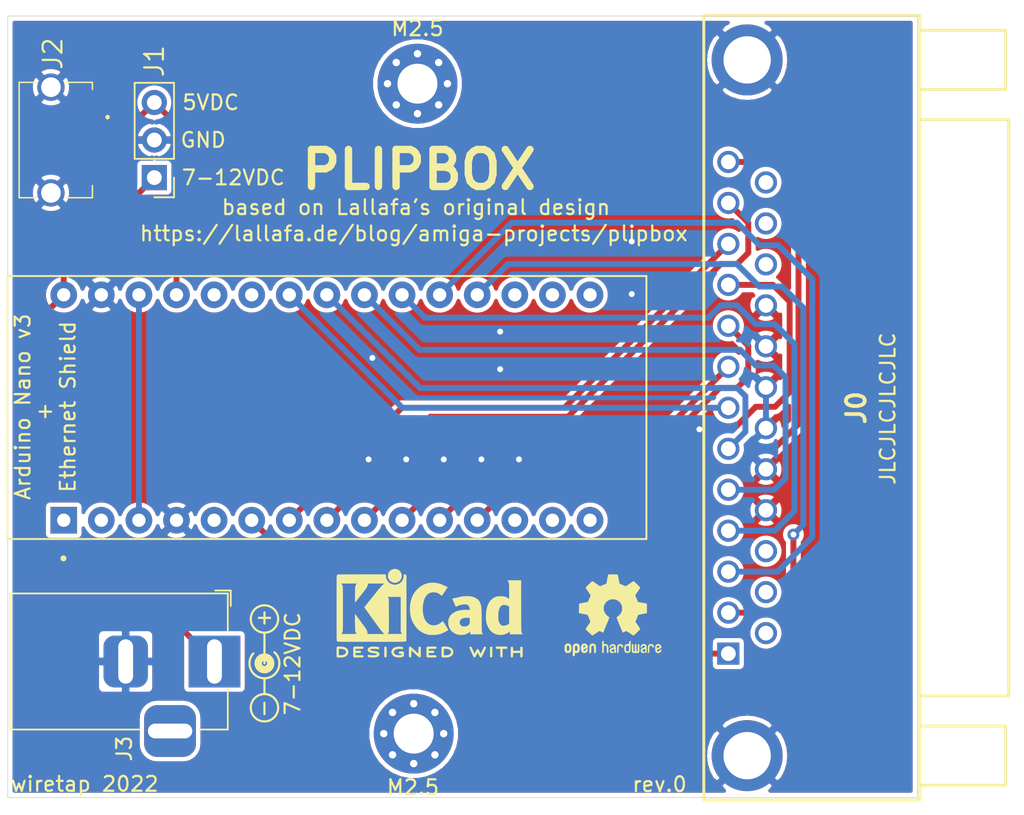
<source format=kicad_pcb>
(kicad_pcb (version 20171130) (host pcbnew "(5.1.6)-1")
  (layers (0 F.Cu signal) (31 B.Cu signal) (34 B.Paste user) (35 F.Paste user) (36 B.SilkS user) (37 F.SilkS user) (38 B.Mask user) (39 F.Mask user) (44 Edge.Cuts user))
  (net 0 "")
  (net 1 D3)
  (net 2 A0)
  (net 3 A1)
  (net 4 A2)
  (net 5 A3)
  (net 6 A4)
  (net 7 A5)
  (net 8 D6)
  (net 9 D7)
  (net 10 D8)
  (net 11 D4)
  (net 12 D5)
  (net 13 D9)
  (net 14 "Net-(J0-Pad14)")
  (net 15 "Net-(J0-Pad15)")
  (net 16 "Net-(J0-Pad16)")
  (net 17 GND)
  (net 18 "Net-(J0-Pad23)")
  (net 19 "Net-(J0-Pad24)")
  (net 20 "Net-(J0-Pad25)")
  (net 21 VCC)
  (net 22 +5V)
  (net 23 "Net-(J2-Pad2)")
  (net 24 "Net-(J2-Pad3)")
  (net 25 "Net-(J2-Pad4)")
  (net 26 "Net-(TB1-Pad28)")
  (net 27 "Net-(TB1-Pad26)")
  (net 28 "Net-(TB1-Pad25)")
  (net 29 "Net-(TB1-Pad18)")
  (net 30 "Net-(TB1-Pad17)")
  (net 31 "Net-(TB1-Pad16)")
  (net 32 "Net-(TB1-Pad15)")
  (net 33 "Net-(TB1-Pad14)")
  (net 34 "Net-(TB1-Pad13)")
  (net 35 "Net-(TB1-Pad5)")
  (net 36 "Net-(TB1-Pad2)")
  (net 37 "Net-(TB1-Pad1)")
  (module Symbol:OSHW-Logo2_7.3x6mm_SilkScreen (layer F.Cu) (at 189.484 93.091)
    (fp_text reference REF** hide)
    (fp_text value OSHW-Logo2_7.3x6mm_SilkScreen hide)
  )
  (module Symbol:KiCad-Logo2_5mm_SilkScreen (layer F.Cu) (at 177.0888 92.9386)
    (fp_text reference REF** hide)
    (fp_text value KiCad-Logo2_5mm_SilkScreen hide)
  )
  (module Symbol:Symbol_Barrel_Polarity (layer F.Cu) (at 165.862 96.3422 90)
    (fp_text reference REF** hide)
    (fp_text value Symbol_Barrel_Polarity)
  )
  (module MountingHole:MountingHole_2.7mm_M2.5_Pad_Via (layer F.Cu) (at 176.022 101.092)
    (fp_text reference REF** hide)
    (fp_text value MountingHole_2.7mm_M2.5_Pad_Via)
    (pad 1 thru_hole circle (at 0 0) (size 5.4 5.4) (drill 2.7) (layers *.Cu *.Mask))
    (pad 1 thru_hole circle (at 2.025 0) (size 0.8 0.8) (drill 0.5) (layers *.Cu *.Mask))
    (pad 1 thru_hole circle (at 1.431891 1.431891) (size 0.8 0.8) (drill 0.5) (layers *.Cu *.Mask))
    (pad 1 thru_hole circle (at 0 2.025) (size 0.8 0.8) (drill 0.5) (layers *.Cu *.Mask))
    (pad 1 thru_hole circle (at -1.431891 1.431891) (size 0.8 0.8) (drill 0.5) (layers *.Cu *.Mask))
    (pad 1 thru_hole circle (at -2.025 0) (size 0.8 0.8) (drill 0.5) (layers *.Cu *.Mask))
    (pad 1 thru_hole circle (at -1.431891 -1.431891) (size 0.8 0.8) (drill 0.5) (layers *.Cu *.Mask))
    (pad 1 thru_hole circle (at 0 -2.025) (size 0.8 0.8) (drill 0.5) (layers *.Cu *.Mask))
    (pad 1 thru_hole circle (at 1.431891 -1.431891) (size 0.8 0.8) (drill 0.5) (layers *.Cu *.Mask))
  )
  (module MountingHole:MountingHole_2.7mm_M2.5_Pad_Via (layer F.Cu) (at 176.276 57.15)
    (fp_text reference REF** hide)
    (fp_text value MountingHole_2.7mm_M2.5_Pad_Via)
    (pad 1 thru_hole circle (at 1.431891 -1.431891) (size 0.8 0.8) (drill 0.5) (layers *.Cu *.Mask))
    (pad 1 thru_hole circle (at 0 -2.025) (size 0.8 0.8) (drill 0.5) (layers *.Cu *.Mask))
    (pad 1 thru_hole circle (at -1.431891 -1.431891) (size 0.8 0.8) (drill 0.5) (layers *.Cu *.Mask))
    (pad 1 thru_hole circle (at -2.025 0) (size 0.8 0.8) (drill 0.5) (layers *.Cu *.Mask))
    (pad 1 thru_hole circle (at -1.431891 1.431891) (size 0.8 0.8) (drill 0.5) (layers *.Cu *.Mask))
    (pad 1 thru_hole circle (at 0 2.025) (size 0.8 0.8) (drill 0.5) (layers *.Cu *.Mask))
    (pad 1 thru_hole circle (at 1.431891 1.431891) (size 0.8 0.8) (drill 0.5) (layers *.Cu *.Mask))
    (pad 1 thru_hole circle (at 2.025 0) (size 0.8 0.8) (drill 0.5) (layers *.Cu *.Mask))
    (pad 1 thru_hole circle (at 0 0) (size 5.4 5.4) (drill 2.7) (layers *.Cu *.Mask))
  )
  (module L717SDB25P1ACH4F (layer F.Cu) (at 197.2818 95.6818 90)
    (fp_text reference J0 (at 16.62 8.64 90) (layer F.SilkS) (effects (font (size 1.27 1.27) (thickness 0.254))))
    (fp_text value L717SDB25P1ACH4F hide)
    (pad 1 thru_hole rect (at 0 0 90) (size 1.5 1.5) (drill 1) (layers *.Cu *.Mask) (net 1 D3))
    (pad 2 thru_hole circle (at 2.77 0 90) (size 1.5 1.5) (drill 1) (layers *.Cu *.Mask) (net 2 A0))
    (pad 3 thru_hole circle (at 5.54 0 90) (size 1.5 1.5) (drill 1) (layers *.Cu *.Mask) (net 3 A1))
    (pad 4 thru_hole circle (at 8.31 0 90) (size 1.5 1.5) (drill 1) (layers *.Cu *.Mask) (net 4 A2))
    (pad 5 thru_hole circle (at 11.08 0 90) (size 1.5 1.5) (drill 1) (layers *.Cu *.Mask) (net 5 A3))
    (pad 6 thru_hole circle (at 13.85 0 90) (size 1.5 1.5) (drill 1) (layers *.Cu *.Mask) (net 6 A4))
    (pad 7 thru_hole circle (at 16.62 0 90) (size 1.5 1.5) (drill 1) (layers *.Cu *.Mask) (net 7 A5))
    (pad 8 thru_hole circle (at 19.39 0 90) (size 1.5 1.5) (drill 1) (layers *.Cu *.Mask) (net 8 D6))
    (pad 9 thru_hole circle (at 22.16 0 90) (size 1.5 1.5) (drill 1) (layers *.Cu *.Mask) (net 9 D7))
    (pad 10 thru_hole circle (at 24.93 0 90) (size 1.5 1.5) (drill 1) (layers *.Cu *.Mask) (net 10 D8))
    (pad 11 thru_hole circle (at 27.7 0 90) (size 1.5 1.5) (drill 1) (layers *.Cu *.Mask) (net 11 D4))
    (pad 12 thru_hole circle (at 30.47 0 90) (size 1.5 1.5) (drill 1) (layers *.Cu *.Mask) (net 12 D5))
    (pad 13 thru_hole circle (at 33.24 0 90) (size 1.5 1.5) (drill 1) (layers *.Cu *.Mask) (net 13 D9))
    (pad 14 thru_hole circle (at 1.385 2.54 90) (size 1.5 1.5) (drill 1) (layers *.Cu *.Mask) (net 14 "Net-(J0-Pad14)"))
    (pad 15 thru_hole circle (at 4.155 2.54 90) (size 1.5 1.5) (drill 1) (layers *.Cu *.Mask) (net 15 "Net-(J0-Pad15)"))
    (pad 16 thru_hole circle (at 6.925 2.54 90) (size 1.5 1.5) (drill 1) (layers *.Cu *.Mask) (net 16 "Net-(J0-Pad16)"))
    (pad 17 thru_hole circle (at 9.695 2.54 90) (size 1.5 1.5) (drill 1) (layers *.Cu *.Mask) (net 17 GND))
    (pad 18 thru_hole circle (at 12.465 2.54 90) (size 1.5 1.5) (drill 1) (layers *.Cu *.Mask) (net 17 GND))
    (pad 19 thru_hole circle (at 15.235 2.54 90) (size 1.5 1.5) (drill 1) (layers *.Cu *.Mask) (net 17 GND))
    (pad 20 thru_hole circle (at 18.005 2.54 90) (size 1.5 1.5) (drill 1) (layers *.Cu *.Mask) (net 17 GND))
    (pad 21 thru_hole circle (at 20.775 2.54 90) (size 1.5 1.5) (drill 1) (layers *.Cu *.Mask) (net 17 GND))
    (pad 22 thru_hole circle (at 23.545 2.54 90) (size 1.5 1.5) (drill 1) (layers *.Cu *.Mask) (net 17 GND))
    (pad 23 thru_hole circle (at 26.315 2.54 90) (size 1.5 1.5) (drill 1) (layers *.Cu *.Mask) (net 18 "Net-(J0-Pad23)"))
    (pad 24 thru_hole circle (at 29.085 2.54 90) (size 1.5 1.5) (drill 1) (layers *.Cu *.Mask) (net 19 "Net-(J0-Pad24)"))
    (pad 25 thru_hole circle (at 31.855 2.54 90) (size 1.5 1.5) (drill 1) (layers *.Cu *.Mask) (net 20 "Net-(J0-Pad25)"))
    (pad MH1 thru_hole circle (at -6.9 1.27 90) (size 4.8 4.8) (drill 3.2) (layers *.Cu *.Mask) (net 17 GND))
    (pad MH2 thru_hole circle (at 40.14 1.27 90) (size 4.8 4.8) (drill 3.2) (layers *.Cu *.Mask) (net 17 GND))
  )
  (module Connector_PinHeader_2.54mm:PinHeader_1x03_P2.54mm_Vertical (layer F.Cu) (at 158.496 63.5 180)
    (fp_text reference J1 (at 0 7.874 90) (layer F.SilkS) (effects (font (size 1.27 1.27))))
    (fp_text value PWR-IN)
    (pad 1 thru_hole rect (at 0 0 180) (size 1.7 1.7) (drill 1) (layers *.Cu *.Mask) (net 21 VCC))
    (pad 2 thru_hole oval (at 0 2.54 180) (size 1.7 1.7) (drill 1) (layers *.Cu *.Mask) (net 17 GND))
    (pad 3 thru_hole oval (at 0 5.08 180) (size 1.7 1.7) (drill 1) (layers *.Cu *.Mask) (net 22 +5V))
  )
  (module Connector_BarrelJack:BarrelJack_Horizontal (layer F.Cu) (at 162.56 96.2152)
    (fp_text reference J3 (at -6.096 5.8928 90) (layer F.SilkS))
    (fp_text value "Wurth 694106301002")
    (pad 1 thru_hole rect (at 0 0) (size 3.5 3.5) (drill oval 1 3) (layers *.Cu *.Mask) (net 21 VCC))
    (pad 2 thru_hole roundrect (at -6 0) (size 3 3.5) (drill oval 1 3) (layers *.Cu *.Mask) (net 17 GND))
    (pad 3 thru_hole roundrect (at -3 4.7) (size 3.5 3.5) (drill oval 3 1) (layers *.Cu *.Mask))
  )
  (module SamacSys_Parts:SHIELD_ARDUINO_NANO (layer F.Cu) (at 170.1546 79.0448 90)
    (fp_text reference TB1 hide)
    (fp_text value ARDUINO_NANO)
    (pad 30 thru_hole circle (at 7.62 -17.78 90) (size 1.8 1.8) (drill 0.9) (layers *.Cu *.Mask) (net 21 VCC))
    (pad 29 thru_hole circle (at 7.62 -15.24 90) (size 1.8 1.8) (drill 0.9) (layers *.Cu *.Mask) (net 17 GND))
    (pad 28 thru_hole circle (at 7.62 -12.7 90) (size 1.8 1.8) (drill 0.9) (layers *.Cu *.Mask) (net 26 "Net-(TB1-Pad28)"))
    (pad 27 thru_hole circle (at 7.62 -10.16 90) (size 1.8 1.8) (drill 0.9) (layers *.Cu *.Mask) (net 22 +5V))
    (pad 26 thru_hole circle (at 7.62 -7.62 90) (size 1.8 1.8) (drill 0.9) (layers *.Cu *.Mask) (net 27 "Net-(TB1-Pad26)"))
    (pad 25 thru_hole circle (at 7.62 -5.08 90) (size 1.8 1.8) (drill 0.9) (layers *.Cu *.Mask) (net 28 "Net-(TB1-Pad25)"))
    (pad 24 thru_hole circle (at 7.62 -2.54 90) (size 1.8 1.8) (drill 0.9) (layers *.Cu *.Mask) (net 7 A5))
    (pad 23 thru_hole circle (at 7.62 0 90) (size 1.8 1.8) (drill 0.9) (layers *.Cu *.Mask) (net 6 A4))
    (pad 22 thru_hole circle (at 7.62 2.54 90) (size 1.8 1.8) (drill 0.9) (layers *.Cu *.Mask) (net 5 A3))
    (pad 21 thru_hole circle (at 7.62 5.08 90) (size 1.8 1.8) (drill 0.9) (layers *.Cu *.Mask) (net 4 A2))
    (pad 20 thru_hole circle (at 7.62 7.62 90) (size 1.8 1.8) (drill 0.9) (layers *.Cu *.Mask) (net 3 A1))
    (pad 19 thru_hole circle (at 7.62 10.16 90) (size 1.8 1.8) (drill 0.9) (layers *.Cu *.Mask) (net 2 A0))
    (pad 18 thru_hole circle (at 7.62 12.7 90) (size 1.8 1.8) (drill 0.9) (layers *.Cu *.Mask) (net 29 "Net-(TB1-Pad18)"))
    (pad 17 thru_hole circle (at 7.62 15.24 90) (size 1.8 1.8) (drill 0.9) (layers *.Cu *.Mask) (net 30 "Net-(TB1-Pad17)"))
    (pad 16 thru_hole circle (at 7.62 17.78 90) (size 1.8 1.8) (drill 0.9) (layers *.Cu *.Mask) (net 31 "Net-(TB1-Pad16)"))
    (pad 15 thru_hole circle (at -7.62 17.78 90) (size 1.8 1.8) (drill 0.9) (layers *.Cu *.Mask) (net 32 "Net-(TB1-Pad15)"))
    (pad 14 thru_hole circle (at -7.62 15.24 90) (size 1.8 1.8) (drill 0.9) (layers *.Cu *.Mask) (net 33 "Net-(TB1-Pad14)"))
    (pad 13 thru_hole circle (at -7.62 12.7 90) (size 1.8 1.8) (drill 0.9) (layers *.Cu *.Mask) (net 34 "Net-(TB1-Pad13)"))
    (pad 12 thru_hole circle (at -7.62 10.16 90) (size 1.8 1.8) (drill 0.9) (layers *.Cu *.Mask) (net 13 D9))
    (pad 11 thru_hole circle (at -7.62 7.62 90) (size 1.8 1.8) (drill 0.9) (layers *.Cu *.Mask) (net 10 D8))
    (pad 10 thru_hole circle (at -7.62 5.08 90) (size 1.8 1.8) (drill 0.9) (layers *.Cu *.Mask) (net 9 D7))
    (pad 9 thru_hole circle (at -7.62 2.54 90) (size 1.8 1.8) (drill 0.9) (layers *.Cu *.Mask) (net 8 D6))
    (pad 8 thru_hole circle (at -7.62 0 90) (size 1.8 1.8) (drill 0.9) (layers *.Cu *.Mask) (net 12 D5))
    (pad 7 thru_hole circle (at -7.62 -2.54 90) (size 1.8 1.8) (drill 0.9) (layers *.Cu *.Mask) (net 11 D4))
    (pad 6 thru_hole circle (at -7.62 -5.08 90) (size 1.8 1.8) (drill 0.9) (layers *.Cu *.Mask) (net 1 D3))
    (pad 5 thru_hole circle (at -7.62 -7.62 90) (size 1.8 1.8) (drill 0.9) (layers *.Cu *.Mask) (net 35 "Net-(TB1-Pad5)"))
    (pad 4 thru_hole circle (at -7.62 -10.16 90) (size 1.8 1.8) (drill 0.9) (layers *.Cu *.Mask) (net 17 GND))
    (pad 3 thru_hole circle (at -7.62 -12.7 90) (size 1.8 1.8) (drill 0.9) (layers *.Cu *.Mask) (net 26 "Net-(TB1-Pad28)"))
    (pad 2 thru_hole circle (at -7.62 -15.24 90) (size 1.8 1.8) (drill 0.9) (layers *.Cu *.Mask) (net 36 "Net-(TB1-Pad2)"))
    (pad 1 thru_hole rect (at -7.62 -17.78 90) (size 1.8 1.8) (drill 0.9) (layers *.Cu *.Mask) (net 37 "Net-(TB1-Pad1)"))
  )
  (module SamacSys_Parts:USB307530A (layer F.Cu) (at 151.511 60.96 270)
    (fp_text reference J2 (at -5.842 -0.127 90) (layer F.SilkS) (effects (font (size 1.27 1.27))))
    (fp_text value USB3075-30-A hide)
    (pad 1 smd rect (at -1.3 -2.65 270) (size 0.4 1.4) (layers F.Cu F.Paste F.Mask) (net 22 +5V))
    (pad 2 smd rect (at -0.65 -2.65 270) (size 0.4 1.4) (layers F.Cu F.Paste F.Mask) (net 23 "Net-(J2-Pad2)"))
    (pad 3 smd rect (at 0 -2.65 270) (size 0.4 1.4) (layers F.Cu F.Paste F.Mask) (net 24 "Net-(J2-Pad3)"))
    (pad 4 smd rect (at 0.65 -2.65 270) (size 0.4 1.4) (layers F.Cu F.Paste F.Mask) (net 25 "Net-(J2-Pad4)"))
    (pad 5 smd rect (at 1.3 -2.65 270) (size 0.4 1.4) (layers F.Cu F.Paste F.Mask) (net 17 GND))
    (pad MH1 thru_hole circle (at -3.575 0 270) (size 1.85 1.85) (drill 1.3285) (layers *.Cu *.Mask) (net 17 GND))
    (pad MH2 thru_hole circle (at 3.575 0 270) (size 1.85 1.85) (drill 1.3285) (layers *.Cu *.Mask) (net 17 GND))
    (pad MP1 smd rect (at -1.125 0 270) (size 1.75 1.9) (layers F.Cu F.Paste F.Mask) (net 17 GND))
    (pad MP2 smd rect (at 1.125 0 270) (size 1.75 1.9) (layers F.Cu F.Paste F.Mask) (net 17 GND))
    (pad MP3 smd rect (at -2.32 -2.23 270) (size 1.15 1.45) (layers F.Cu F.Paste F.Mask) (net 17 GND))
    (pad MP4 smd rect (at 2.32 -2.23 270) (size 1.15 1.45) (layers F.Cu F.Paste F.Mask) (net 17 GND))
  )
  (gr_text https://lallafa.de/blog/amiga-projects/plipbox (at 176.022 67.2846) (layer F.SilkS) (effects (font (size 1 1))))
  (gr_text "based on Lallafa's original design" (at 176.1744 65.5066) (layer F.SilkS) (effects (font (size 1 1))))
  (gr_text PLIPBOX (at 176.3776 62.9666) (layer F.SilkS) (effects (font (size 2.5 2.5) (thickness 0.5))))
  (gr_text rev.0 (at 192.6336 104.521) (layer F.SilkS) (effects (font (size 1 1))))
  (gr_text "wiretap 2022" (at 153.797 104.4956) (layer F.SilkS) (effects (font (size 1 1))))
  (gr_text 7-12VDC (at 167.8432 96.3676 90) (layer F.SilkS) (effects (font (size 1 1))))
  (gr_text - (at 165.862 99.3902 90) (layer F.SilkS) (effects (font (size 1 1))))
  (gr_text + (at 165.9382 93.1926) (layer F.SilkS) (effects (font (size 1 1))))
  (gr_text M2.5 (at 175.9712 104.7242) (layer F.SilkS) (effects (font (size 1 1))))
  (gr_text M2.5 (at 176.276 53.4162) (layer F.SilkS) (effects (font (size 1 1))))
  (gr_text + (at 151.13 79.248) (layer F.SilkS) (effects (font (size 1 1))))
  (gr_text "Ethernet Shield" (at 152.654 78.994 90) (layer F.SilkS) (effects (font (size 1 1))))
  (gr_text "Arduino Nano v3" (at 149.606 78.994 90) (layer F.SilkS) (effects (font (size 1 1))))
  (gr_text JLCJLCJLCJLC (at 208.0514 79.121 90) (layer F.SilkS) (effects (font (size 1 1))))
  (gr_text 7-12VDC (at 163.83 63.5) (layer F.SilkS) (effects (font (size 1 1))))
  (gr_text GND (at 161.798 60.96) (layer F.SilkS) (effects (font (size 1 1))))
  (gr_text 5VDC (at 162.306 58.42) (layer F.SilkS) (effects (font (size 1 1))))
  (gr_line (start 210.058 105.41) (end 148.59 105.41) (layer Edge.Cuts) (width 0.05))
  (gr_line (start 210.058 52.578) (end 210.058 105.41) (layer Edge.Cuts) (width 0.05))
  (gr_line (start 148.59 52.578) (end 148.59 105.41) (layer Edge.Cuts) (width 0.05))
  (gr_line (start 210.058 52.578) (end 148.59 52.578) (layer Edge.Cuts) (width 0.05))
  (segment (start 174.0916 95.6818) (end 197.2818 95.6818) (width 0.4) (layer F.Cu) (net 1))
  (segment (start 165.0746 86.6648) (end 174.0916 95.6818) (width 0.4) (layer F.Cu) (net 1))
  (via (at 201.676 87.63) (size 0.8) (drill 0.4) (layers F.Cu B.Cu) (net 2))
  (segment (start 201.676 87.63) (end 201.676 92.202) (width 0.4) (layer F.Cu) (net 2))
  (segment (start 200.9662 92.9118) (end 197.2818 92.9118) (width 0.4) (layer F.Cu) (net 2))
  (segment (start 201.676 92.202) (end 200.9662 92.9118) (width 0.4) (layer F.Cu) (net 2))
  (segment (start 197.853499 69.342) (end 199.377499 70.866) (width 0.4) (layer B.Cu) (net 2))
  (segment (start 202.345989 72.297989) (end 202.345989 86.960011) (width 0.4) (layer B.Cu) (net 2))
  (segment (start 200.914 70.866) (end 202.345989 72.297989) (width 0.4) (layer B.Cu) (net 2))
  (segment (start 180.3146 71.4248) (end 182.3974 69.342) (width 0.4) (layer B.Cu) (net 2))
  (segment (start 199.377499 70.866) (end 200.914 70.866) (width 0.4) (layer B.Cu) (net 2))
  (segment (start 202.345989 86.960011) (end 201.676 87.63) (width 0.4) (layer B.Cu) (net 2))
  (segment (start 182.3974 69.342) (end 197.853499 69.342) (width 0.4) (layer B.Cu) (net 2))
  (segment (start 199.39 68.072) (end 200.66 68.072) (width 0.4) (layer B.Cu) (net 3))
  (segment (start 200.6088 90.1418) (end 197.2818 90.1418) (width 0.4) (layer B.Cu) (net 3))
  (segment (start 202.946 70.358) (end 202.946 87.8046) (width 0.4) (layer B.Cu) (net 3))
  (segment (start 202.946 87.8046) (end 200.6088 90.1418) (width 0.4) (layer B.Cu) (net 3))
  (segment (start 200.66 68.072) (end 202.946 70.358) (width 0.4) (layer B.Cu) (net 3))
  (segment (start 177.7746 71.4248) (end 182.6514 66.548) (width 0.4) (layer B.Cu) (net 3))
  (segment (start 197.866 66.548) (end 199.39 68.072) (width 0.4) (layer B.Cu) (net 3))
  (segment (start 182.6514 66.548) (end 197.866 66.548) (width 0.4) (layer B.Cu) (net 3))
  (segment (start 199.136 73.406) (end 200.406 73.406) (width 0.4) (layer B.Cu) (net 4))
  (segment (start 196.780799 72.136) (end 197.866 72.136) (width 0.4) (layer B.Cu) (net 4))
  (segment (start 197.866 72.136) (end 199.136 73.406) (width 0.4) (layer B.Cu) (net 4))
  (segment (start 201.745978 86.036022) (end 200.4102 87.3718) (width 0.4) (layer B.Cu) (net 4))
  (segment (start 195.947 72.969799) (end 196.780799 72.136) (width 0.4) (layer B.Cu) (net 4))
  (segment (start 200.406 73.406) (end 201.745978 74.745978) (width 0.4) (layer B.Cu) (net 4))
  (segment (start 200.4102 87.3718) (end 197.2818 87.3718) (width 0.4) (layer B.Cu) (net 4))
  (segment (start 176.779599 72.969799) (end 195.947 72.969799) (width 0.4) (layer B.Cu) (net 4))
  (segment (start 175.2346 71.4248) (end 176.779599 72.969799) (width 0.4) (layer B.Cu) (net 4))
  (segment (start 201.745978 74.745978) (end 201.745978 86.036022) (width 0.4) (layer B.Cu) (net 4))
  (segment (start 199.136 76.2) (end 200.353501 76.2) (width 0.4) (layer B.Cu) (net 5))
  (segment (start 200.3862 84.6018) (end 197.2818 84.6018) (width 0.4) (layer B.Cu) (net 5))
  (segment (start 201.145967 76.992466) (end 201.145967 83.842033) (width 0.4) (layer B.Cu) (net 5))
  (segment (start 198.077799 75.141799) (end 199.136 76.2) (width 0.4) (layer B.Cu) (net 5))
  (segment (start 172.6946 71.4248) (end 176.411599 75.141799) (width 0.4) (layer B.Cu) (net 5))
  (segment (start 176.411599 75.141799) (end 198.077799 75.141799) (width 0.4) (layer B.Cu) (net 5))
  (segment (start 200.353501 76.2) (end 201.145967 76.992466) (width 0.4) (layer B.Cu) (net 5))
  (segment (start 201.145967 83.842033) (end 200.3862 84.6018) (width 0.4) (layer B.Cu) (net 5))
  (segment (start 198.431801 78.2728) (end 198.431801 80.681799) (width 0.4) (layer B.Cu) (net 6))
  (segment (start 197.883001 77.724) (end 198.431801 78.2728) (width 0.4) (layer B.Cu) (net 6))
  (segment (start 198.431801 80.681799) (end 197.2818 81.8318) (width 0.4) (layer B.Cu) (net 6))
  (segment (start 170.1546 71.4248) (end 176.4538 77.724) (width 0.4) (layer B.Cu) (net 6))
  (segment (start 176.4538 77.724) (end 197.883001 77.724) (width 0.4) (layer B.Cu) (net 6))
  (segment (start 175.2516 79.0618) (end 197.2818 79.0618) (width 0.4) (layer B.Cu) (net 7))
  (segment (start 167.6146 71.4248) (end 175.2516 79.0618) (width 0.4) (layer B.Cu) (net 7))
  (segment (start 179.0954 80.264) (end 193.3096 80.264) (width 0.4) (layer F.Cu) (net 8))
  (segment (start 193.3096 80.264) (end 197.2818 76.2918) (width 0.4) (layer F.Cu) (net 8))
  (segment (start 172.6946 86.6648) (end 179.0954 80.264) (width 0.4) (layer F.Cu) (net 8))
  (segment (start 198.628 74.868) (end 197.2818 73.5218) (width 0.4) (layer F.Cu) (net 9))
  (segment (start 181.035391 80.864009) (end 193.558132 80.86401) (width 0.4) (layer F.Cu) (net 9))
  (segment (start 175.2346 86.6648) (end 181.035391 80.864009) (width 0.4) (layer F.Cu) (net 9))
  (segment (start 197.866 77.724) (end 198.628 76.962) (width 0.4) (layer F.Cu) (net 9))
  (segment (start 198.628 76.962) (end 198.628 74.868) (width 0.4) (layer F.Cu) (net 9))
  (segment (start 193.558132 80.86401) (end 196.698142 77.724) (width 0.4) (layer F.Cu) (net 9))
  (segment (start 196.698142 77.724) (end 197.866 77.724) (width 0.4) (layer F.Cu) (net 9))
  (segment (start 200.2918 70.7518) (end 197.2818 70.7518) (width 0.4) (layer F.Cu) (net 10))
  (segment (start 201.422 78.005301) (end 201.422 71.882) (width 0.4) (layer F.Cu) (net 10))
  (segment (start 199.136 78.994) (end 200.433301 78.994) (width 0.4) (layer F.Cu) (net 10))
  (segment (start 197.612 80.518) (end 199.136 78.994) (width 0.4) (layer F.Cu) (net 10))
  (segment (start 177.7746 86.6648) (end 182.975381 81.464019) (width 0.4) (layer F.Cu) (net 10))
  (segment (start 201.422 71.882) (end 200.2918 70.7518) (width 0.4) (layer F.Cu) (net 10))
  (segment (start 200.433301 78.994) (end 201.422 78.005301) (width 0.4) (layer F.Cu) (net 10))
  (segment (start 195.649981 81.464019) (end 196.596 80.518) (width 0.4) (layer F.Cu) (net 10))
  (segment (start 182.975381 81.464019) (end 195.649981 81.464019) (width 0.4) (layer F.Cu) (net 10))
  (segment (start 196.596 80.518) (end 197.612 80.518) (width 0.4) (layer F.Cu) (net 10))
  (segment (start 167.6146 86.6648) (end 175.215422 79.063978) (width 0.4) (layer F.Cu) (net 11))
  (segment (start 175.215422 79.063978) (end 186.199622 79.063978) (width 0.4) (layer F.Cu) (net 11))
  (segment (start 186.199622 79.063978) (end 197.2818 67.9818) (width 0.4) (layer F.Cu) (net 11))
  (segment (start 198.628 66.558) (end 197.2818 65.2118) (width 0.4) (layer F.Cu) (net 12))
  (segment (start 177.155411 79.663989) (end 186.448153 79.663989) (width 0.4) (layer F.Cu) (net 12))
  (segment (start 197.871801 69.342) (end 198.628 68.585801) (width 0.4) (layer F.Cu) (net 12))
  (segment (start 198.628 68.585801) (end 198.628 66.558) (width 0.4) (layer F.Cu) (net 12))
  (segment (start 196.770142 69.342) (end 197.871801 69.342) (width 0.4) (layer F.Cu) (net 12))
  (segment (start 186.448153 79.663989) (end 196.770142 69.342) (width 0.4) (layer F.Cu) (net 12))
  (segment (start 170.1546 86.6648) (end 177.155411 79.663989) (width 0.4) (layer F.Cu) (net 12))
  (segment (start 202.02201 64.10001) (end 200.3638 62.4418) (width 0.4) (layer F.Cu) (net 13))
  (segment (start 183.9214 83.058) (end 197.945299 83.058) (width 0.4) (layer F.Cu) (net 13))
  (segment (start 202.02201 80.17199) (end 202.02201 64.10001) (width 0.4) (layer F.Cu) (net 13))
  (segment (start 200.406 81.788) (end 202.02201 80.17199) (width 0.4) (layer F.Cu) (net 13))
  (segment (start 200.3638 62.4418) (end 197.2818 62.4418) (width 0.4) (layer F.Cu) (net 13))
  (segment (start 180.3146 86.6648) (end 183.9214 83.058) (width 0.4) (layer F.Cu) (net 13))
  (segment (start 197.945299 83.058) (end 199.215299 81.788) (width 0.4) (layer F.Cu) (net 13))
  (segment (start 199.215299 81.788) (end 200.406 81.788) (width 0.4) (layer F.Cu) (net 13))
  (segment (start 199.8218 77.6768) (end 199.8218 80.4468) (width 0.4) (layer B.Cu) (net 17))
  (via (at 172.974 82.55) (size 0.8) (drill 0.4) (layers F.Cu B.Cu) (net 17))
  (via (at 175.514 82.55) (size 0.8) (drill 0.4) (layers F.Cu B.Cu) (net 17))
  (via (at 178.054 82.55) (size 0.8) (drill 0.4) (layers F.Cu B.Cu) (net 17))
  (via (at 180.594 82.55) (size 0.8) (drill 0.4) (layers F.Cu B.Cu) (net 17))
  (via (at 183.134 82.55) (size 0.8) (drill 0.4) (layers F.Cu B.Cu) (net 17))
  (via (at 181.864 76.454) (size 0.8) (drill 0.4) (layers F.Cu B.Cu) (net 17))
  (via (at 181.864 73.914) (size 0.8) (drill 0.4) (layers F.Cu B.Cu) (net 17))
  (via (at 190.754 71.374) (size 0.8) (drill 0.4) (layers F.Cu B.Cu) (net 17))
  (via (at 190.754 67.818) (size 0.8) (drill 0.4) (layers F.Cu B.Cu) (net 17))
  (via (at 173.228 75.692) (size 0.8) (drill 0.4) (layers F.Cu B.Cu) (net 17))
  (via (at 195.326 80.518) (size 0.8) (drill 0.4) (layers F.Cu B.Cu) (net 17))
  (segment (start 152.3746 69.6214) (end 158.496 63.5) (width 0.4) (layer F.Cu) (net 21))
  (segment (start 152.3746 71.4248) (end 152.3746 69.6214) (width 0.4) (layer F.Cu) (net 21))
  (segment (start 150.622 88.138) (end 150.622 73.1774) (width 0.4) (layer F.Cu) (net 21))
  (segment (start 154.686 92.202) (end 150.622 88.138) (width 0.4) (layer F.Cu) (net 21))
  (segment (start 150.622 73.1774) (end 152.3746 71.4248) (width 0.4) (layer F.Cu) (net 21))
  (segment (start 162.56 96.2152) (end 158.5468 92.202) (width 0.4) (layer F.Cu) (net 21))
  (segment (start 158.5468 92.202) (end 154.686 92.202) (width 0.4) (layer F.Cu) (net 21))
  (segment (start 157.256 59.66) (end 158.496 58.42) (width 0.4) (layer F.Cu) (net 22))
  (segment (start 154.161 59.66) (end 157.256 59.66) (width 0.4) (layer F.Cu) (net 22))
  (segment (start 159.9946 59.9186) (end 159.9946 71.4248) (width 0.4) (layer F.Cu) (net 22))
  (segment (start 158.496 58.42) (end 159.9946 59.9186) (width 0.4) (layer F.Cu) (net 22))
  (segment (start 157.4546 71.4248) (end 157.4546 86.6648) (width 0.4) (layer B.Cu) (net 26))
  (zone (net 17) (net_name GND) (layer B.Cu) (connect_pads (clearance 0.3)) (min_thickness 0.254) (fill yes (arc_segments 32) (thermal_gap 0.3) (thermal_bridge_width 0.508))
    (polygon (pts (xy 210.312 105.664) (xy 148.336 105.664) (xy 148.336 52.324) (xy 210.312 52.324)))
  )
  (zone (net 17) (net_name GND) (layer F.Cu) (connect_pads (clearance 0.3)) (min_thickness 0.254) (fill yes (arc_segments 32) (thermal_gap 0.3) (thermal_bridge_width 0.508))
    (polygon (pts (xy 210.312 105.664) (xy 148.336 105.664) (xy 148.336 52.324) (xy 210.312 52.324)))
  )
)
</source>
